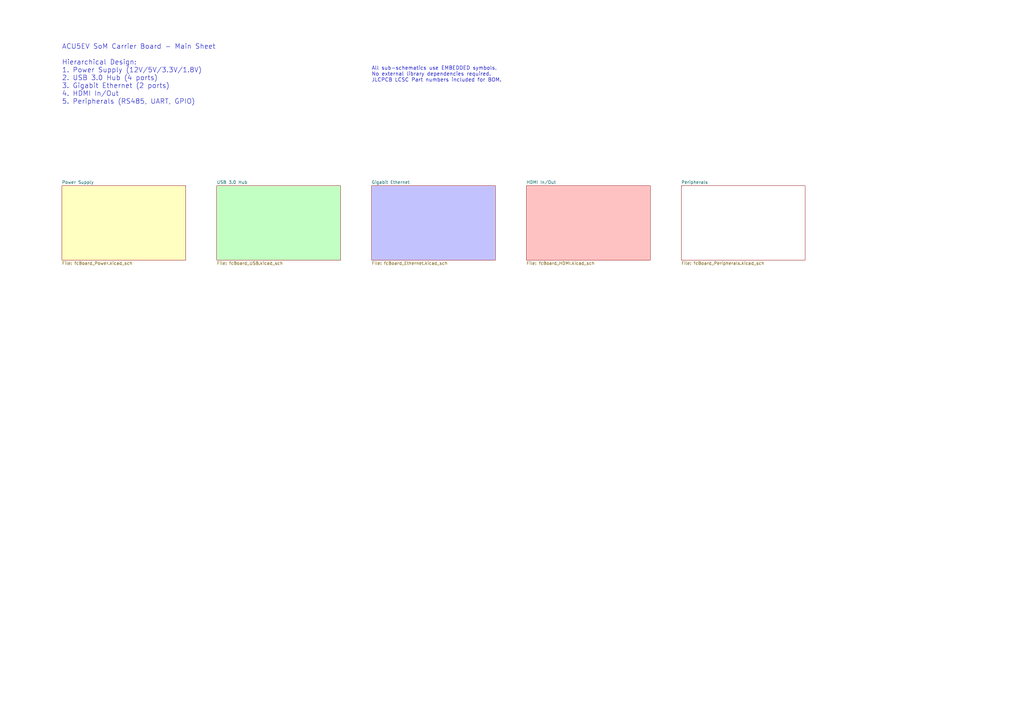
<source format=kicad_sch>
(kicad_sch (version 20250114) (generator "eeschema") (generator_version "9.0")
  (paper "A3")
  (title_block (title "ACU5EV SoM Carrier Board") (date "2024-12-12") (rev "1.0") (company "fcBoard Project") (comment 1 "Full-featured carrier board for ALINX ACU5EV SoM") (comment 2 "Zynq UltraScale+ MPSoC XCZU5EV - Embedded Symbols"))
  (lib_symbols
    (symbol "fcBoard:+12V" (power) (pin_numbers (hide yes)) (pin_names (offset 0) (hide yes))
      (property "Value" "+12V" (at 0 3.81 0))
      (symbol "+12V_0_1"
        (polyline (pts (xy -0.762 1.27) (xy 0 2.54)))
        (polyline (pts (xy 0 2.54) (xy 0.762 1.27)))
        (polyline (pts (xy 0 0) (xy 0 2.54)))
      )
      (symbol "+12V_1_1"
        (pin power_in line (at 0 0 90) (length 0) (name "~") (number "1"))
      )
    )
    (symbol "fcBoard:+1V8" (power) (pin_numbers (hide yes)) (pin_names (offset 0) (hide yes))
      (property "Value" "+1V8" (at 0 3.81 0))
      (symbol "+1V8_0_1"
        (polyline (pts (xy -0.762 1.27) (xy 0 2.54)))
        (polyline (pts (xy 0 2.54) (xy 0.762 1.27)))
        (polyline (pts (xy 0 0) (xy 0 2.54)))
      )
      (symbol "+1V8_1_1"
        (pin power_in line (at 0 0 90) (length 0) (name "~") (number "1"))
      )
    )
    (symbol "fcBoard:+2V5" (power) (pin_numbers (hide yes)) (pin_names (offset 0) (hide yes))
      (property "Value" "+2V5" (at 0 3.81 0))
      (symbol "+2V5_0_1"
        (polyline (pts (xy -0.762 1.27) (xy 0 2.54)))
        (polyline (pts (xy 0 2.54) (xy 0.762 1.27)))
        (polyline (pts (xy 0 0) (xy 0 2.54)))
      )
      (symbol "+2V5_1_1"
        (pin power_in line (at 0 0 90) (length 0) (name "~") (number "1"))
      )
    )
    (symbol "fcBoard:+3V3" (power) (pin_numbers (hide yes)) (pin_names (offset 0) (hide yes))
      (property "Value" "+3V3" (at 0 3.81 0))
      (symbol "+3V3_0_1"
        (polyline (pts (xy -0.762 1.27) (xy 0 2.54)))
        (polyline (pts (xy 0 2.54) (xy 0.762 1.27)))
        (polyline (pts (xy 0 0) (xy 0 2.54)))
      )
      (symbol "+3V3_1_1"
        (pin power_in line (at 0 0 90) (length 0) (name "~") (number "1"))
      )
    )
    (symbol "fcBoard:+5V" (power) (pin_numbers (hide yes)) (pin_names (offset 0) (hide yes))
      (property "Value" "+5V" (at 0 3.81 0))
      (symbol "+5V_0_1"
        (polyline (pts (xy -0.762 1.27) (xy 0 2.54)))
        (polyline (pts (xy 0 2.54) (xy 0.762 1.27)))
        (polyline (pts (xy 0 0) (xy 0 2.54)))
      )
      (symbol "+5V_1_1"
        (pin power_in line (at 0 0 90) (length 0) (name "~") (number "1"))
      )
    )
    (symbol "fcBoard:Barrel_Jack" (pin_names (offset 1.016))
      (property "Reference" "J" (at 0 5.08 0))
      (property "Value" "Barrel_Jack" (at 0 -5.08 0))
      (symbol "Barrel_Jack_0_1"
        (rectangle (start -5.08 3.81) (end 3.81 -3.81) (stroke (width 0.254)) (fill (type background)))
        (polyline (pts (xy -3.302 3.175) (xy 0 3.175)) (stroke (width 0.254)))
        (arc (start -3.302 1.905) (mid -3.9288 2.54) (end -3.302 3.175) (stroke (width 0.254)))
        (polyline (pts (xy -2.54 -1.27) (xy -3.81 0) (xy -2.54 1.27)) (stroke (width 0.254)))
        (polyline (pts (xy 0 3.175) (xy 0 1.905) (xy -3.302 1.905)) (stroke (width 0.254)))
        (rectangle (start 0 -1.27) (end -2.54 -1.905) (fill (type outline)))
      )
      (symbol "Barrel_Jack_1_1"
        (pin passive line (at 6.35 2.54 180) (length 2.54) (name "~") (number "1"))
        (pin passive line (at 6.35 -2.54 180) (length 2.54) (name "~") (number "2"))
      )
    )
    (symbol "fcBoard:C" (pin_numbers (hide yes)) (pin_names (offset 0.254))
      (property "Reference" "C" (at 0.635 2.54 0))
      (property "Value" "C" (at 0.635 -2.54 0))
      (symbol "C_0_1"
        (polyline (pts (xy -2.032 0.762) (xy 2.032 0.762)) (stroke (width 0.508)))
        (polyline (pts (xy -2.032 -0.762) (xy 2.032 -0.762)) (stroke (width 0.508)))
      )
      (symbol "C_1_1"
        (pin passive line (at 0 3.81 270) (length 2.794) (name "~") (number "1"))
        (pin passive line (at 0 -3.81 90) (length 2.794) (name "~") (number "2"))
      )
    )
    (symbol "fcBoard:CP" (pin_numbers (hide yes)) (pin_names (offset 0.254))
      (property "Reference" "C" (at 0.635 2.54 0))
      (property "Value" "CP" (at 0.635 -2.54 0))
      (symbol "CP_0_1"
        (rectangle (start -2.286 0.508) (end 2.286 1.016))
        (polyline (pts (xy -1.778 2.286) (xy -0.762 2.286)))
        (polyline (pts (xy -1.27 1.778) (xy -1.27 2.794)))
        (rectangle (start 2.286 -0.508) (end -2.286 -1.016) (fill (type outline)))
      )
      (symbol "CP_1_1"
        (pin passive line (at 0 3.81 270) (length 2.794) (name "~") (number "1"))
        (pin passive line (at 0 -3.81 90) (length 2.794) (name "~") (number "2"))
      )
    )
    (symbol "fcBoard:CP2102N"
      (property "Reference" "U" (at 0 15.24 0))
      (property "Value" "CP2102N" (at 0 12.7 0))
      (symbol "CP2102N_0_1"
        (rectangle (start -10.16 10.16) (end 10.16 -10.16) (stroke (width 0.254)) (fill (type background)))
      )
      (symbol "CP2102N_1_1"
        (pin power_in line (at -12.7 7.62 0) (length 2.54) (name "VDD") (number "1"))
        (pin bidirectional line (at -12.7 2.54 0) (length 2.54) (name "D+") (number "2"))
        (pin bidirectional line (at -12.7 0 0) (length 2.54) (name "D-") (number "3"))
        (pin power_in line (at 0 -12.7 90) (length 2.54) (name "GND") (number "4"))
        (pin output line (at 12.7 7.62 180) (length 2.54) (name "TXD") (number "5"))
        (pin input line (at 12.7 5.08 180) (length 2.54) (name "RXD") (number "6"))
        (pin output line (at 12.7 0 180) (length 2.54) (name "RTS") (number "7"))
        (pin input line (at 12.7 -2.54 180) (length 2.54) (name "CTS") (number "8"))
        (pin output line (at 12.7 -5.08 180) (length 2.54) (name "DTR") (number "9"))
        (pin input line (at 12.7 -7.62 180) (length 2.54) (name "DSR") (number "10"))
      )
    )
    (symbol "fcBoard:Conn_2x10" (pin_names (offset 1.016))
      (property "Reference" "J" (at 0 15.24 0))
      (property "Value" "Conn_2x10" (at 0 -15.24 0))
      (symbol "Conn_2x10_0_1"
        (rectangle (start -5.08 12.7) (end 5.08 -12.7) (stroke (width 0.254)) (fill (type background)))
      )
      (symbol "Conn_2x10_1_1"
        (pin passive line (at -7.62 10.16 0) (length 2.54) (name "1") (number "1"))
        (pin passive line (at -7.62 7.62 0) (length 2.54) (name "3") (number "3"))
        (pin passive line (at -7.62 5.08 0) (length 2.54) (name "5") (number "5"))
        (pin passive line (at -7.62 2.54 0) (length 2.54) (name "7") (number "7"))
        (pin passive line (at -7.62 0 0) (length 2.54) (name "9") (number "9"))
        (pin passive line (at -7.62 -2.54 0) (length 2.54) (name "11") (number "11"))
        (pin passive line (at -7.62 -5.08 0) (length 2.54) (name "13") (number "13"))
        (pin passive line (at -7.62 -7.62 0) (length 2.54) (name "15") (number "15"))
        (pin passive line (at -7.62 -10.16 0) (length 2.54) (name "17") (number "17"))
        (pin passive line (at -7.62 -12.7 0) (length 2.54) (name "19") (number "19"))
        (pin passive line (at 7.62 10.16 180) (length 2.54) (name "2") (number "2"))
        (pin passive line (at 7.62 7.62 180) (length 2.54) (name "4") (number "4"))
        (pin passive line (at 7.62 5.08 180) (length 2.54) (name "6") (number "6"))
        (pin passive line (at 7.62 2.54 180) (length 2.54) (name "8") (number "8"))
        (pin passive line (at 7.62 0 180) (length 2.54) (name "10") (number "10"))
        (pin passive line (at 7.62 -2.54 180) (length 2.54) (name "12") (number "12"))
        (pin passive line (at 7.62 -5.08 180) (length 2.54) (name "14") (number "14"))
        (pin passive line (at 7.62 -7.62 180) (length 2.54) (name "16") (number "16"))
        (pin passive line (at 7.62 -10.16 180) (length 2.54) (name "18") (number "18"))
        (pin passive line (at 7.62 -12.7 180) (length 2.54) (name "20") (number "20"))
      )
    )
    (symbol "fcBoard:Crystal" (pin_numbers (hide yes)) (pin_names (offset 1.016) (hide yes))
      (property "Reference" "Y" (at 0 3.81 0))
      (property "Value" "Crystal" (at 0 -3.81 0))
      (symbol "Crystal_0_1"
        (polyline (pts (xy -1.524 -1.27) (xy -1.524 1.27)) (stroke (width 0.254)))
        (rectangle (start -0.762 -1.524) (end 0.762 1.524) (stroke (width 0.254)))
        (polyline (pts (xy 1.524 -1.27) (xy 1.524 1.27)) (stroke (width 0.254)))
      )
      (symbol "Crystal_1_1"
        (pin passive line (at -3.81 0 0) (length 2.286) (name "1") (number "1"))
        (pin passive line (at 3.81 0 180) (length 2.286) (name "2") (number "2"))
      )
    )
    (symbol "fcBoard:D_Schottky" (pin_numbers (hide yes)) (pin_names (offset 1.016) (hide yes))
      (property "Reference" "D" (at 0 2.54 0))
      (property "Value" "D_Schottky" (at 0 -2.54 0))
      (symbol "D_Schottky_0_1"
        (polyline (pts (xy -1.905 0.635) (xy -1.905 1.27) (xy -1.27 1.27) (xy -1.27 -1.27) (xy -0.635 -1.27) (xy -0.635 -0.635)) (stroke (width 0.254)))
        (polyline (pts (xy 1.27 1.27) (xy 1.27 -1.27) (xy -1.27 0) (xy 1.27 1.27)) (stroke (width 0.254)))
        (polyline (pts (xy 1.27 0) (xy -1.27 0)))
      )
      (symbol "D_Schottky_1_1"
        (pin passive line (at -3.81 0 0) (length 2.54) (name "K") (number "1"))
        (pin passive line (at 3.81 0 180) (length 2.54) (name "A") (number "2"))
      )
    )
    (symbol "fcBoard:Ferrite_Bead" (pin_numbers (hide yes)) (pin_names (offset 1.016))
      (property "Reference" "FB" (at -1.27 0 90))
      (property "Value" "Ferrite_Bead" (at 1.905 0 90))
      (symbol "Ferrite_Bead_0_1"
        (rectangle (start -1.016 -2.54) (end 1.016 2.54) (stroke (width 0.254)))
        (polyline (pts (xy -1.016 -2.54) (xy 1.016 2.54)) (stroke (width 0.254)))
      )
      (symbol "Ferrite_Bead_1_1"
        (pin passive line (at 0 5.08 270) (length 2.54) (name "~") (number "1"))
        (pin passive line (at 0 -5.08 90) (length 2.54) (name "~") (number "2"))
      )
    )
    (symbol "fcBoard:Fuse" (pin_numbers (hide yes)) (pin_names (offset 0))
      (property "Reference" "F" (at 2.032 0 90))
      (property "Value" "Fuse" (at 0 0 90))
      (symbol "Fuse_0_1"
        (rectangle (start -1.016 -2.54) (end 1.016 2.54) (stroke (width 0.254)))
        (polyline (pts (xy 0 2.54) (xy 0 -2.54)) (stroke (width 0.254)))
      )
      (symbol "Fuse_1_1"
        (pin passive line (at 0 5.08 270) (length 2.54) (name "~") (number "1"))
        (pin passive line (at 0 -5.08 90) (length 2.54) (name "~") (number "2"))
      )
    )
    (symbol "fcBoard:GND" (power) (pin_numbers (hide yes)) (pin_names (offset 0) (hide yes))
      (property "Value" "GND" (at 0 -2.54 0))
      (symbol "GND_0_1"
        (polyline (pts (xy 0 0) (xy 0 -1.27) (xy 1.27 -1.27) (xy 0 -2.54) (xy -1.27 -1.27) (xy 0 -1.27)))
      )
      (symbol "GND_1_1"
        (pin power_in line (at 0 0 270) (length 0) (name "~") (number "1"))
      )
    )
    (symbol "fcBoard:HDMI_A" (pin_names (offset 1.016))
      (property "Reference" "J" (at 0 22.86 0))
      (property "Value" "HDMI_A" (at 0 -22.86 0))
      (symbol "HDMI_A_0_1"
        (rectangle (start -7.62 20.32) (end 7.62 -20.32) (stroke (width 0.254)) (fill (type background)))
      )
      (symbol "HDMI_A_1_1"
        (pin bidirectional line (at -10.16 17.78 0) (length 2.54) (name "D2+") (number "1"))
        (pin power_in line (at -10.16 15.24 0) (length 2.54) (name "D2_SH") (number "2"))
        (pin bidirectional line (at -10.16 12.7 0) (length 2.54) (name "D2-") (number "3"))
        (pin bidirectional line (at -10.16 10.16 0) (length 2.54) (name "D1+") (number "4"))
        (pin power_in line (at -10.16 7.62 0) (length 2.54) (name "D1_SH") (number "5"))
        (pin bidirectional line (at -10.16 5.08 0) (length 2.54) (name "D1-") (number "6"))
        (pin bidirectional line (at -10.16 2.54 0) (length 2.54) (name "D0+") (number "7"))
        (pin power_in line (at -10.16 0 0) (length 2.54) (name "D0_SH") (number "8"))
        (pin bidirectional line (at -10.16 -2.54 0) (length 2.54) (name "D0-") (number "9"))
        (pin bidirectional line (at -10.16 -5.08 0) (length 2.54) (name "CLK+") (number "10"))
        (pin power_in line (at -10.16 -7.62 0) (length 2.54) (name "CLK_SH") (number "11"))
        (pin bidirectional line (at -10.16 -10.16 0) (length 2.54) (name "CLK-") (number "12"))
        (pin bidirectional line (at 10.16 10.16 180) (length 2.54) (name "CEC") (number "13"))
        (pin no_connect line (at 10.16 5.08 180) (length 2.54) (name "NC") (number "14"))
        (pin bidirectional line (at 10.16 0 180) (length 2.54) (name "SCL") (number "15"))
        (pin bidirectional line (at 10.16 -2.54 180) (length 2.54) (name "SDA") (number "16"))
        (pin power_in line (at 10.16 -7.62 180) (length 2.54) (name "GND") (number "17"))
        (pin power_out line (at 10.16 -12.7 180) (length 2.54) (name "+5V") (number "18"))
        (pin input line (at 10.16 -17.78 180) (length 2.54) (name "HPD") (number "19"))
      )
    )
    (symbol "fcBoard:IT66121FN"
      (property "Reference" "U" (at 0 30.48 0))
      (property "Value" "IT66121FN" (at 0 27.94 0))
      (symbol "IT66121FN_0_1"
        (rectangle (start -17.78 26.67) (end 17.78 -26.67) (stroke (width 0.254)) (fill (type background)))
      )
      (symbol "IT66121FN_1_1"
        (pin power_in line (at -20.32 22.86 0) (length 2.54) (name "VDD33") (number "1"))
        (pin power_in line (at -20.32 20.32 0) (length 2.54) (name "VDD18") (number "2"))
        (pin input line (at -20.32 15.24 0) (length 2.54) (name "PCLK") (number "3"))
        (pin input line (at -20.32 12.7 0) (length 2.54) (name "HSYNC") (number "4"))
        (pin input line (at -20.32 10.16 0) (length 2.54) (name "VSYNC") (number "5"))
        (pin input line (at -20.32 7.62 0) (length 2.54) (name "DE") (number "6"))
        (pin input line (at -20.32 2.54 0) (length 2.54) (name "D[23:0]") (number "7"))
        (pin bidirectional line (at -20.32 -5.08 0) (length 2.54) (name "SCL") (number "8"))
        (pin bidirectional line (at -20.32 -7.62 0) (length 2.54) (name "SDA") (number "9"))
        (pin input line (at -20.32 -12.7 0) (length 2.54) (name "RESET_N") (number "10"))
        (pin power_in line (at 0 -29.21 90) (length 2.54) (name "GND") (number "11"))
        (pin output line (at 20.32 15.24 180) (length 2.54) (name "TX0+") (number "12"))
        (pin output line (at 20.32 12.7 180) (length 2.54) (name "TX0-") (number "13"))
        (pin output line (at 20.32 10.16 180) (length 2.54) (name "TX1+") (number "14"))
        (pin output line (at 20.32 7.62 180) (length 2.54) (name "TX1-") (number "15"))
        (pin output line (at 20.32 5.08 180) (length 2.54) (name "TX2+") (number "16"))
        (pin output line (at 20.32 2.54 180) (length 2.54) (name "TX2-") (number "17"))
        (pin output line (at 20.32 -2.54 180) (length 2.54) (name "TXC+") (number "18"))
        (pin output line (at 20.32 -5.08 180) (length 2.54) (name "TXC-") (number "19"))
        (pin output line (at 20.32 -10.16 180) (length 2.54) (name "HPD") (number "20"))
      )
    )
    (symbol "fcBoard:IT6801FN"
      (property "Reference" "U" (at 0 30.48 0))
      (property "Value" "IT6801FN" (at 0 27.94 0))
      (symbol "IT6801FN_0_1"
        (rectangle (start -17.78 26.67) (end 17.78 -26.67) (stroke (width 0.254)) (fill (type background)))
      )
      (symbol "IT6801FN_1_1"
        (pin power_in line (at -20.32 22.86 0) (length 2.54) (name "VDD33") (number "1"))
        (pin power_in line (at -20.32 20.32 0) (length 2.54) (name "VDD18") (number "2"))
        (pin bidirectional line (at -20.32 15.24 0) (length 2.54) (name "HDMI_D0+") (number "3"))
        (pin bidirectional line (at -20.32 12.7 0) (length 2.54) (name "HDMI_D0-") (number "4"))
        (pin bidirectional line (at -20.32 10.16 0) (length 2.54) (name "HDMI_D1+") (number "5"))
        (pin bidirectional line (at -20.32 7.62 0) (length 2.54) (name "HDMI_D1-") (number "6"))
        (pin bidirectional line (at -20.32 5.08 0) (length 2.54) (name "HDMI_D2+") (number "7"))
        (pin bidirectional line (at -20.32 2.54 0) (length 2.54) (name "HDMI_D2-") (number "8"))
        (pin bidirectional line (at -20.32 -2.54 0) (length 2.54) (name "HDMI_CLK+") (number "9"))
        (pin bidirectional line (at -20.32 -5.08 0) (length 2.54) (name "HDMI_CLK-") (number "10"))
        (pin bidirectional line (at -20.32 -10.16 0) (length 2.54) (name "SCL") (number "11"))
        (pin bidirectional line (at -20.32 -12.7 0) (length 2.54) (name "SDA") (number "12"))
        (pin input line (at -20.32 -17.78 0) (length 2.54) (name "RESET_N") (number "13"))
        (pin power_in line (at 0 -29.21 90) (length 2.54) (name "GND") (number "14"))
        (pin output line (at 20.32 22.86 180) (length 2.54) (name "PCLK") (number "15"))
        (pin output line (at 20.32 17.78 180) (length 2.54) (name "HSYNC") (number "16"))
        (pin output line (at 20.32 15.24 180) (length 2.54) (name "VSYNC") (number "17"))
        (pin output line (at 20.32 12.7 180) (length 2.54) (name "DE") (number "18"))
        (pin output line (at 20.32 7.62 180) (length 2.54) (name "D[23:0]") (number "19"))
        (pin output line (at 20.32 -5.08 180) (length 2.54) (name "INT_N") (number "20"))
      )
    )
    (symbol "fcBoard:L" (pin_numbers (hide yes)) (pin_names (offset 1.016))
      (property "Reference" "L" (at -1.27 0 90))
      (property "Value" "L" (at 1.905 0 90))
      (symbol "L_0_1"
        (arc (start 0 2.54) (mid 0.6323 1.905) (end 0 1.27))
        (arc (start 0 1.27) (mid 0.6323 0.635) (end 0 0))
        (arc (start 0 0) (mid 0.6323 -0.635) (end 0 -1.27))
        (arc (start 0 -1.27) (mid 0.6323 -1.905) (end 0 -2.54))
      )
      (symbol "L_1_1"
        (pin passive line (at 0 5.08 270) (length 2.54) (name "~") (number "1"))
        (pin passive line (at 0 -5.08 90) (length 2.54) (name "~") (number "2"))
      )
    )
    (symbol "fcBoard:LED" (pin_numbers (hide yes)) (pin_names (offset 1.016) (hide yes))
      (property "Reference" "D" (at 0 2.54 0))
      (property "Value" "LED" (at 0 -2.54 0))
      (symbol "LED_0_1"
        (polyline (pts (xy -3.048 -1.524) (xy -1.27 -3.302)))
        (polyline (pts (xy -2.032 -2.794) (xy -1.27 -3.556) (xy -1.778 -2.794)))
        (polyline (pts (xy -1.778 -1.524) (xy 0 -3.302)))
        (polyline (pts (xy -1.27 0) (xy 1.27 0)))
        (polyline (pts (xy -1.27 -1.27) (xy -1.27 1.27)) (stroke (width 0.254)))
        (polyline (pts (xy -0.762 -2.794) (xy 0 -3.556) (xy -0.508 -2.794)))
        (polyline (pts (xy 1.27 -1.27) (xy 1.27 1.27) (xy -1.27 0) (xy 1.27 -1.27)) (stroke (width 0.254)))
      )
      (symbol "LED_1_1"
        (pin passive line (at -3.81 0 0) (length 2.54) (name "K") (number "1"))
        (pin passive line (at 3.81 0 180) (length 2.54) (name "A") (number "2"))
      )
    )
    (symbol "fcBoard:LM2596S-5"
      (property "Reference" "U" (at 0 8.89 0))
      (property "Value" "LM2596S-5" (at 0 6.35 0))
      (symbol "LM2596S-5_0_1"
        (rectangle (start -7.62 5.08) (end 7.62 -5.08) (stroke (width 0.254)) (fill (type background)))
      )
      (symbol "LM2596S-5_1_1"
        (pin power_in line (at -10.16 2.54 0) (length 2.54) (name "VIN") (number "1"))
        (pin input line (at -10.16 -2.54 0) (length 2.54) (name "ON/OFF") (number "5"))
        (pin power_in line (at 0 -7.62 90) (length 2.54) (name "GND") (number "3"))
        (pin power_out line (at 10.16 2.54 180) (length 2.54) (name "VOUT") (number "2"))
        (pin input line (at 10.16 -2.54 180) (length 2.54) (name "FB") (number "4"))
      )
    )
    (symbol "fcBoard:LM2596S-ADJ"
      (property "Reference" "U" (at 0 8.89 0))
      (property "Value" "LM2596S-ADJ" (at 0 6.35 0))
      (symbol "LM2596S-ADJ_0_1"
        (rectangle (start -7.62 5.08) (end 7.62 -5.08) (stroke (width 0.254)) (fill (type background)))
      )
      (symbol "LM2596S-ADJ_1_1"
        (pin power_in line (at -10.16 2.54 0) (length 2.54) (name "VIN") (number "1"))
        (pin input line (at -10.16 -2.54 0) (length 2.54) (name "ON/OFF") (number "5"))
        (pin power_in line (at 0 -7.62 90) (length 2.54) (name "GND") (number "3"))
        (pin power_out line (at 10.16 2.54 180) (length 2.54) (name "VOUT") (number "2"))
        (pin input line (at 10.16 -2.54 180) (length 2.54) (name "FB") (number "4"))
      )
    )
    (symbol "fcBoard:MAX485"
      (property "Reference" "U" (at 0 10.16 0))
      (property "Value" "MAX485" (at 0 7.62 0))
      (symbol "MAX485_0_1"
        (rectangle (start -7.62 6.35) (end 7.62 -6.35) (stroke (width 0.254)) (fill (type background)))
      )
      (symbol "MAX485_1_1"
        (pin output line (at -10.16 2.54 0) (length 2.54) (name "RO") (number "1"))
        (pin input line (at -10.16 0 0) (length 2.54) (name "RE") (number "2"))
        (pin input line (at -10.16 -2.54 0) (length 2.54) (name "DE") (number "3"))
        (pin input line (at -10.16 -5.08 0) (length 2.54) (name "DI") (number "4"))
        (pin power_in line (at 0 8.89 270) (length 2.54) (name "VCC") (number "8"))
        (pin power_in line (at 0 -8.89 90) (length 2.54) (name "GND") (number "5"))
        (pin bidirectional line (at 10.16 2.54 180) (length 2.54) (name "A") (number "6"))
        (pin bidirectional line (at 10.16 0 180) (length 2.54) (name "B") (number "7"))
      )
    )
    (symbol "fcBoard:R" (pin_numbers (hide yes)) (pin_names (offset 0))
      (property "Reference" "R" (at 2.032 0 90))
      (property "Value" "R" (at 0 0 90))
      (symbol "R_0_1"
        (rectangle (start -1.016 -2.54) (end 1.016 2.54) (stroke (width 0.254)))
      )
      (symbol "R_1_1"
        (pin passive line (at 0 5.08 270) (length 2.54) (name "~") (number "1"))
        (pin passive line (at 0 -5.08 90) (length 2.54) (name "~") (number "2"))
      )
    )
    (symbol "fcBoard:RJ45_Magjack" (pin_names (offset 1.016))
      (property "Reference" "J" (at 0 15.24 0))
      (property "Value" "RJ45_Magjack" (at 0 -15.24 0))
      (symbol "RJ45_Magjack_0_1"
        (rectangle (start -7.62 12.7) (end 7.62 -12.7) (stroke (width 0.254)) (fill (type background)))
      )
      (symbol "RJ45_Magjack_1_1"
        (pin bidirectional line (at -10.16 10.16 0) (length 2.54) (name "TX+") (number "1"))
        (pin bidirectional line (at -10.16 7.62 0) (length 2.54) (name "TX-") (number "2"))
        (pin bidirectional line (at -10.16 5.08 0) (length 2.54) (name "RX+") (number "3"))
        (pin bidirectional line (at -10.16 2.54 0) (length 2.54) (name "RX-") (number "4"))
        (pin bidirectional line (at -10.16 0 0) (length 2.54) (name "BI_D1+") (number "5"))
        (pin bidirectional line (at -10.16 -2.54 0) (length 2.54) (name "BI_D1-") (number "6"))
        (pin bidirectional line (at -10.16 -5.08 0) (length 2.54) (name "BI_D2+") (number "7"))
        (pin bidirectional line (at -10.16 -7.62 0) (length 2.54) (name "BI_D2-") (number "8"))
        (pin power_in line (at 0 -15.24 90) (length 2.54) (name "GND") (number "13"))
        (pin output line (at 10.16 5.08 180) (length 2.54) (name "LED_G+") (number "9"))
        (pin output line (at 10.16 2.54 180) (length 2.54) (name "LED_G-") (number "10"))
        (pin output line (at 10.16 -2.54 180) (length 2.54) (name "LED_Y+") (number "11"))
        (pin output line (at 10.16 -5.08 180) (length 2.54) (name "LED_Y-") (number "12"))
      )
    )
    (symbol "fcBoard:RTL8211F"
      (property "Reference" "U" (at 0 30.48 0))
      (property "Value" "RTL8211F-CG" (at 0 27.94 0))
      (symbol "RTL8211F_0_1"
        (rectangle (start -17.78 26.67) (end 17.78 -26.67) (stroke (width 0.254)) (fill (type background)))
      )
      (symbol "RTL8211F_1_1"
        (pin power_in line (at -20.32 22.86 0) (length 2.54) (name "AVDD33") (number "1"))
        (pin power_in line (at -20.32 20.32 0) (length 2.54) (name "DVDD") (number "2"))
        (pin bidirectional line (at -20.32 15.24 0) (length 2.54) (name "TXD0") (number "3"))
        (pin bidirectional line (at -20.32 12.7 0) (length 2.54) (name "TXD1") (number "4"))
        (pin bidirectional line (at -20.32 10.16 0) (length 2.54) (name "TXD2") (number "5"))
        (pin bidirectional line (at -20.32 7.62 0) (length 2.54) (name "TXD3") (number "6"))
        (pin input line (at -20.32 2.54 0) (length 2.54) (name "TX_CLK") (number "7"))
        (pin input line (at -20.32 0 0) (length 2.54) (name "TX_EN") (number "8"))
        (pin bidirectional line (at -20.32 -5.08 0) (length 2.54) (name "RXD0") (number "9"))
        (pin bidirectional line (at -20.32 -7.62 0) (length 2.54) (name "RXD1") (number "10"))
        (pin bidirectional line (at -20.32 -10.16 0) (length 2.54) (name "RXD2") (number "11"))
        (pin bidirectional line (at -20.32 -12.7 0) (length 2.54) (name "RXD3") (number "12"))
        (pin output line (at -20.32 -17.78 0) (length 2.54) (name "RX_CLK") (number "13"))
        (pin output line (at -20.32 -20.32 0) (length 2.54) (name "RX_DV") (number "14"))
        (pin power_in line (at 0 -29.21 90) (length 2.54) (name "GND") (number "15"))
        (pin bidirectional line (at 20.32 22.86 180) (length 2.54) (name "MDI0+") (number "16"))
        (pin bidirectional line (at 20.32 20.32 180) (length 2.54) (name "MDI0-") (number "17"))
        (pin bidirectional line (at 20.32 17.78 180) (length 2.54) (name "MDI1+") (number "18"))
        (pin bidirectional line (at 20.32 15.24 180) (length 2.54) (name "MDI1-") (number "19"))
        (pin bidirectional line (at 20.32 12.7 180) (length 2.54) (name "MDI2+") (number "20"))
        (pin bidirectional line (at 20.32 10.16 180) (length 2.54) (name "MDI2-") (number "21"))
        (pin bidirectional line (at 20.32 7.62 180) (length 2.54) (name "MDI3+") (number "22"))
        (pin bidirectional line (at 20.32 5.08 180) (length 2.54) (name "MDI3-") (number "23"))
        (pin bidirectional line (at 20.32 -2.54 180) (length 2.54) (name "MDC") (number "24"))
        (pin bidirectional line (at 20.32 -5.08 180) (length 2.54) (name "MDIO") (number "25"))
        (pin input line (at 20.32 -10.16 180) (length 2.54) (name "RESET_N") (number "26"))
        (pin output line (at 20.32 -15.24 180) (length 2.54) (name "INT_N") (number "27"))
        (pin input line (at 20.32 -20.32 180) (length 2.54) (name "CLKIN") (number "28"))
      )
    )
    (symbol "fcBoard:SW_Push" (pin_numbers (hide yes)) (pin_names (offset 1.016) (hide yes))
      (property "Reference" "SW" (at 0 3.81 0))
      (property "Value" "SW_Push" (at 0 -2.54 0))
      (symbol "SW_Push_0_1"
        (polyline (pts (xy -2.54 1.27) (xy 2.54 1.27)))
        (circle (center -2.032 0) (radius 0.508))
        (polyline (pts (xy 0 1.27) (xy 0 2.54)))
        (circle (center 2.032 0) (radius 0.508))
      )
      (symbol "SW_Push_1_1"
        (pin passive line (at -5.08 0 0) (length 2.54) (name "1") (number "1"))
        (pin passive line (at 5.08 0 180) (length 2.54) (name "2") (number "2"))
      )
    )
    (symbol "fcBoard:TestPoint" (pin_numbers (hide yes)) (pin_names (offset 0.762) (hide yes)) (in_bom no)
      (property "Reference" "TP" (at 0 3.81 0))
      (property "Value" "TestPoint" (at 0 -2.54 0))
      (symbol "TestPoint_0_1"
        (circle (center 0 1.524) (radius 0.762))
      )
      (symbol "TestPoint_1_1"
        (pin passive line (at 0 0 90) (length 0.762) (name "1") (number "1"))
      )
    )
    (symbol "fcBoard:USB3320"
      (property "Reference" "U" (at 0 22.86 0))
      (property "Value" "USB3320" (at 0 20.32 0))
      (symbol "USB3320_0_1"
        (rectangle (start -12.7 19.05) (end 12.7 -19.05) (stroke (width 0.254)) (fill (type background)))
      )
      (symbol "USB3320_1_1"
        (pin power_in line (at -15.24 15.24 0) (length 2.54) (name "VDD33") (number "1"))
        (pin power_in line (at -15.24 12.7 0) (length 2.54) (name "VDD18") (number "2"))
        (pin bidirectional line (at -15.24 7.62 0) (length 2.54) (name "DP") (number "3"))
        (pin bidirectional line (at -15.24 5.08 0) (length 2.54) (name "DM") (number "4"))
        (pin input line (at -15.24 0 0) (length 2.54) (name "REFCLK") (number "5"))
        (pin input line (at -15.24 -5.08 0) (length 2.54) (name "RESET_N") (number "6"))
        (pin power_in line (at 0 -21.59 90) (length 2.54) (name "GND") (number "7"))
        (pin bidirectional line (at 15.24 15.24 180) (length 2.54) (name "DATA0") (number "8"))
        (pin bidirectional line (at 15.24 12.7 180) (length 2.54) (name "DATA1") (number "9"))
        (pin bidirectional line (at 15.24 10.16 180) (length 2.54) (name "DATA2") (number "10"))
        (pin bidirectional line (at 15.24 7.62 180) (length 2.54) (name "DATA3") (number "11"))
        (pin bidirectional line (at 15.24 5.08 180) (length 2.54) (name "DATA4") (number "12"))
        (pin bidirectional line (at 15.24 2.54 180) (length 2.54) (name "DATA5") (number "13"))
        (pin bidirectional line (at 15.24 0 180) (length 2.54) (name "DATA6") (number "14"))
        (pin bidirectional line (at 15.24 -2.54 180) (length 2.54) (name "DATA7") (number "15"))
        (pin output line (at 15.24 -7.62 180) (length 2.54) (name "CLK") (number "16"))
        (pin output line (at 15.24 -10.16 180) (length 2.54) (name "DIR") (number "17"))
        (pin output line (at 15.24 -12.7 180) (length 2.54) (name "NXT") (number "18"))
        (pin input line (at 15.24 -15.24 180) (length 2.54) (name "STP") (number "19"))
      )
    )
    (symbol "fcBoard:USB5744"
      (property "Reference" "U" (at 0 27.94 0))
      (property "Value" "USB5744" (at 0 25.4 0))
      (symbol "USB5744_0_1"
        (rectangle (start -15.24 24.13) (end 15.24 -24.13) (stroke (width 0.254)) (fill (type background)))
      )
      (symbol "USB5744_1_1"
        (pin power_in line (at -17.78 20.32 0) (length 2.54) (name "VDD33") (number "1"))
        (pin power_in line (at -17.78 17.78 0) (length 2.54) (name "VDDA33") (number "2"))
        (pin bidirectional line (at -17.78 12.7 0) (length 2.54) (name "USB_DM") (number "3"))
        (pin bidirectional line (at -17.78 10.16 0) (length 2.54) (name "USB_DP") (number "4"))
        (pin bidirectional line (at -17.78 5.08 0) (length 2.54) (name "SSRXM") (number "5"))
        (pin bidirectional line (at -17.78 2.54 0) (length 2.54) (name "SSRXP") (number "6"))
        (pin bidirectional line (at -17.78 -2.54 0) (length 2.54) (name "SSTXM") (number "7"))
        (pin bidirectional line (at -17.78 -5.08 0) (length 2.54) (name "SSTXP") (number "8"))
        (pin input line (at -17.78 -10.16 0) (length 2.54) (name "XTALIN") (number "9"))
        (pin output line (at -17.78 -12.7 0) (length 2.54) (name "XTALOUT") (number "10"))
        (pin input line (at -17.78 -17.78 0) (length 2.54) (name "RESET_N") (number "11"))
        (pin power_in line (at 0 -26.67 90) (length 2.54) (name "GND") (number "12"))
        (pin bidirectional line (at 17.78 20.32 180) (length 2.54) (name "DN1_DM") (number "13"))
        (pin bidirectional line (at 17.78 17.78 180) (length 2.54) (name "DN1_DP") (number "14"))
        (pin bidirectional line (at 17.78 12.7 180) (length 2.54) (name "DN2_DM") (number "15"))
        (pin bidirectional line (at 17.78 10.16 180) (length 2.54) (name "DN2_DP") (number "16"))
        (pin bidirectional line (at 17.78 5.08 180) (length 2.54) (name "DN3_DM") (number "17"))
        (pin bidirectional line (at 17.78 2.54 180) (length 2.54) (name "DN3_DP") (number "18"))
        (pin bidirectional line (at 17.78 -2.54 180) (length 2.54) (name "DN4_DM") (number "19"))
        (pin bidirectional line (at 17.78 -5.08 180) (length 2.54) (name "DN4_DP") (number "20"))
      )
    )
    (symbol "fcBoard:USB_A" (pin_names (offset 1.016))
      (property "Reference" "J" (at 0 7.62 0))
      (property "Value" "USB_A" (at 0 -7.62 0))
      (symbol "USB_A_0_1"
        (rectangle (start -5.08 5.08) (end 5.08 -5.08) (stroke (width 0.254)) (fill (type background)))
      )
      (symbol "USB_A_1_1"
        (pin power_in line (at 0 -7.62 90) (length 2.54) (name "GND") (number "4"))
        (pin power_out line (at 7.62 2.54 180) (length 2.54) (name "VBUS") (number "1"))
        (pin bidirectional line (at 7.62 0 180) (length 2.54) (name "D-") (number "2"))
        (pin bidirectional line (at 7.62 -2.54 180) (length 2.54) (name "D+") (number "3"))
      )
    )
    (symbol "fcBoard:USB_C" (pin_names (offset 1.016))
      (property "Reference" "J" (at 0 12.7 0))
      (property "Value" "USB_C" (at 0 -12.7 0))
      (symbol "USB_C_0_1"
        (rectangle (start -7.62 10.16) (end 7.62 -10.16) (stroke (width 0.254)) (fill (type background)))
      )
      (symbol "USB_C_1_1"
        (pin power_in line (at 0 -12.7 90) (length 2.54) (name "GND") (number "8"))
        (pin power_out line (at 10.16 7.62 180) (length 2.54) (name "VBUS") (number "1"))
        (pin bidirectional line (at 10.16 5.08 180) (length 2.54) (name "CC1") (number "2"))
        (pin bidirectional line (at 10.16 2.54 180) (length 2.54) (name "CC2") (number "3"))
        (pin bidirectional line (at 10.16 0 180) (length 2.54) (name "D+") (number "4"))
        (pin bidirectional line (at 10.16 -2.54 180) (length 2.54) (name "D-") (number "5"))
        (pin bidirectional line (at 10.16 -5.08 180) (length 2.54) (name "SBU1") (number "6"))
        (pin bidirectional line (at 10.16 -7.62 180) (length 2.54) (name "SBU2") (number "7"))
      )
    )
    (symbol "fcBoard:VBUS" (power) (pin_numbers (hide yes)) (pin_names (offset 0) (hide yes))
      (property "Value" "VBUS" (at 0 3.81 0))
      (symbol "VBUS_0_1"
        (polyline (pts (xy -0.762 1.27) (xy 0 2.54)))
        (polyline (pts (xy 0 2.54) (xy 0.762 1.27)))
        (polyline (pts (xy 0 0) (xy 0 2.54)))
      )
      (symbol "VBUS_1_1"
        (pin power_in line (at 0 0 90) (length 0) (name "~") (number "1"))
      )
    )
  )
  (text "All sub-schematics use EMBEDDED symbols.\nNo external library dependencies required.\nJLCPCB LCSC Part numbers included for BOM." (at 152.4 30.48 0) (effects (font (size 1.5 1.5)) (justify left)))
  (text "ACU5EV SoM Carrier Board - Main Sheet\n\nHierarchical Design:\n1. Power Supply (12V/5V/3.3V/1.8V)\n2. USB 3.0 Hub (4 ports)\n3. Gigabit Ethernet (2 ports)\n4. HDMI In/Out\n5. Peripherals (RS485, UART, GPIO)" (at 25.4 30.48 0) (effects (font (size 2 2)) (justify left)))
  (sheet (at 152.4 76.2) (size 50.8 30.48) (stroke (width 0.1524)) (fill (color 194 194 255 1.0000))
    (property "Sheetname" "Gigabit Ethernet" (at 152.4 75.4884 0) (effects (justify left bottom)))
    (property "Sheetfile" "fcBoard_Ethernet.kicad_sch" (at 152.4 107.2216 0) (effects (justify left top)))
  )
  (sheet (at 215.9 76.2) (size 50.8 30.48) (stroke (width 0.1524)) (fill (color 255 194 194 1.0000))
    (property "Sheetname" "HDMI In/Out" (at 215.9 75.4884 0) (effects (justify left bottom)))
    (property "Sheetfile" "fcBoard_HDMI.kicad_sch" (at 215.9 107.2216 0) (effects (justify left top)))
  )
  (sheet (at 25.4 76.2) (size 50.8 30.48) (stroke (width 0.1524)) (fill (color 255 255 194 1.0000))
    (property "Sheetname" "Power Supply" (at 25.4 75.4884 0) (effects (justify left bottom)))
    (property "Sheetfile" "fcBoard_Power.kicad_sch" (at 25.4 107.2216 0) (effects (justify left top)))
  )
  (sheet (at 279.4 76.2) (size 50.8 30.48) (stroke (width 0.1524)) (fill (color 255 255 255 1.0000))
    (property "Sheetname" "Peripherals" (at 279.4 75.4884 0) (effects (justify left bottom)))
    (property "Sheetfile" "fcBoard_Peripherals.kicad_sch" (at 279.4 107.2216 0) (effects (justify left top)))
  )
  (sheet (at 88.9 76.2) (size 50.8 30.48) (stroke (width 0.1524)) (fill (color 194 255 194 1.0000))
    (property "Sheetname" "USB 3.0 Hub" (at 88.9 75.4884 0) (effects (justify left bottom)))
    (property "Sheetfile" "fcBoard_USB.kicad_sch" (at 88.9 107.2216 0) (effects (justify left top)))
  )
)
</source>
